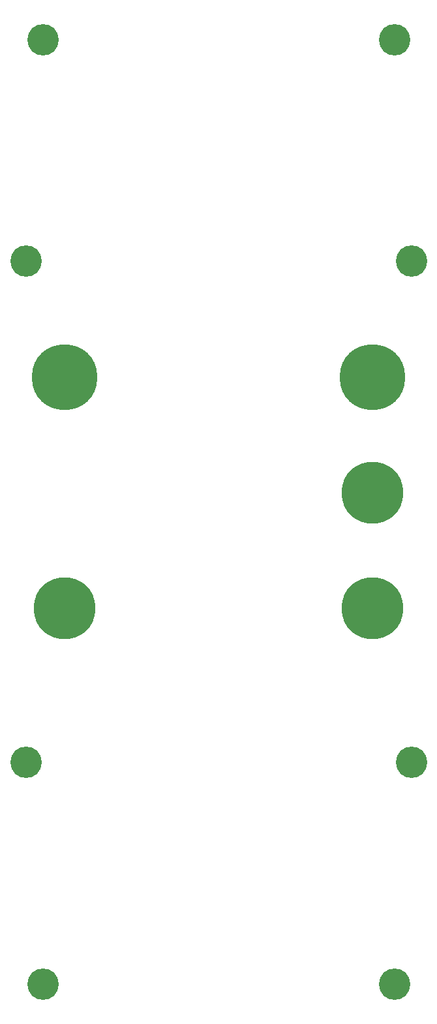
<source format=gbl>
G04 #@! TF.GenerationSoftware,KiCad,Pcbnew,(5.1.0)-1*
G04 #@! TF.CreationDate,2019-05-26T13:34:07-04:00*
G04 #@! TF.ProjectId,VCF_Panel,5643465f-5061-46e6-956c-2e6b69636164,rev?*
G04 #@! TF.SameCoordinates,Original*
G04 #@! TF.FileFunction,Copper,L2,Bot*
G04 #@! TF.FilePolarity,Positive*
%FSLAX46Y46*%
G04 Gerber Fmt 4.6, Leading zero omitted, Abs format (unit mm)*
G04 Created by KiCad (PCBNEW (5.1.0)-1) date 2019-05-26 13:34:07*
%MOMM*%
%LPD*%
G04 APERTURE LIST*
%ADD10C,4.064000*%
%ADD11C,8.500000*%
%ADD12C,8.000000*%
G04 APERTURE END LIST*
D10*
X37500000Y-33000000D03*
X35300000Y-126750000D03*
X83100000Y-33000000D03*
X35300000Y-61750000D03*
X37500000Y-155500000D03*
X85300000Y-126750000D03*
X83100000Y-155500000D03*
X85300000Y-61750000D03*
D11*
X40300000Y-76750000D03*
X80300000Y-76750000D03*
D12*
X40300000Y-106750000D03*
X80300000Y-106750000D03*
X80300000Y-91750000D03*
M02*

</source>
